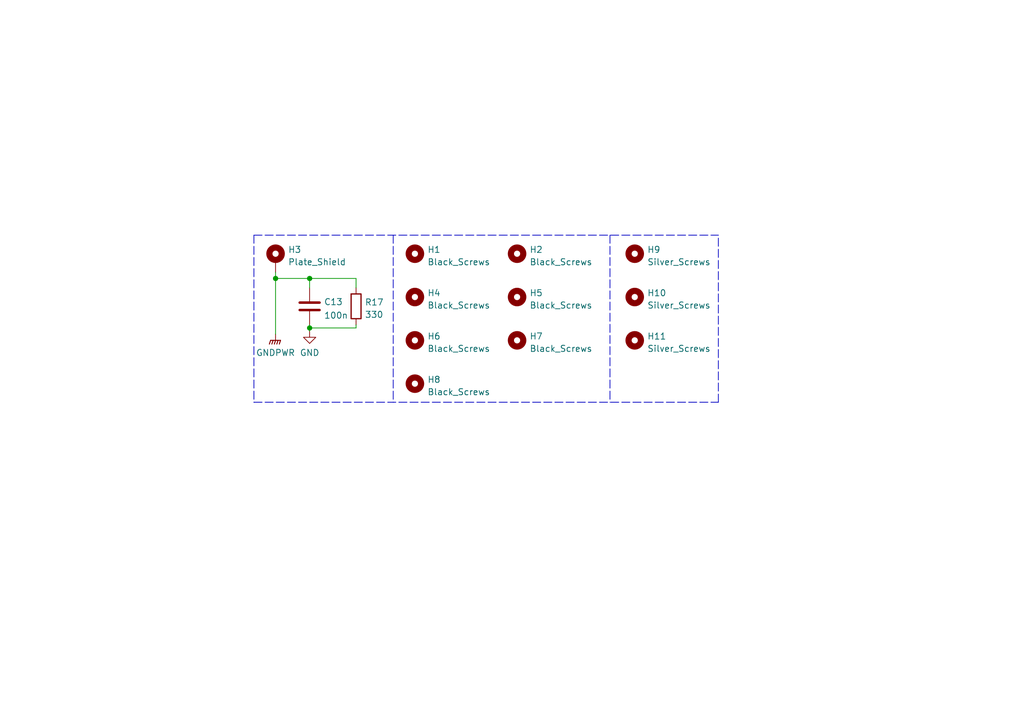
<source format=kicad_sch>
(kicad_sch (version 20211123) (generator eeschema)
  (paper "A5")
  (title_block (title "EC23U - Mounting Holes") (date "2022-11-18") (rev "1") (company "Cipulot PCB Design") (comment 1 "MIT License") (comment 2 "Cipulot"))
  (lib_symbols
    (symbol "Device:C" (pin_numbers hide) (pin_names (offset 0.254))
      (property "Reference" "C" (at 0.635 2.54 0))
      (property "Value" "C" (at 0.635 -2.54 0))
      (symbol "C_0_1"
        (polyline (pts (xy -2.032 -0.762) (xy 2.032 -0.762)) (stroke (width 0.508)))
        (polyline (pts (xy -2.032 0.762) (xy 2.032 0.762)) (stroke (width 0.508)))
      )
      (symbol "C_1_1"
        (pin passive line (at 0 3.81 270) (length 2.794) (name "~") (number "1"))
        (pin passive line (at 0 -3.81 90) (length 2.794) (name "~") (number "2"))
      )
    )
    (symbol "Mechanical:MountingHole" (pin_names (offset 1.016))
      (property "Reference" "H" (at 0 5.08 0))
      (property "Value" "MountingHole" (at 0 3.175 0))
      (symbol "MountingHole_0_1"
        (circle (center 0 0) (radius 1.27) (stroke (width 1.27)))
      )
    )
    (symbol "Mechanical:MountingHole_Pad" (pin_numbers hide) (pin_names (offset 1.016) hide)
      (property "Reference" "H" (at 0 6.35 0))
      (property "Value" "MountingHole_Pad" (at 0 4.445 0))
      (symbol "MountingHole_Pad_0_1"
        (circle (center 0 1.27) (radius 1.27) (stroke (width 1.27)))
      )
      (symbol "MountingHole_Pad_1_1"
        (pin input line (at 0 -2.54 90) (length 2.54) (name "1") (number "1"))
      )
    )
    (symbol "R_3" (pin_numbers hide) (pin_names (offset 0))
      (property "Reference" "R" (at 2.032 0 90))
      (property "Value" "R_3" (at 0 0 90))
      (symbol "R_3_0_1"
        (rectangle (start -1.016 -2.54) (end 1.016 2.54) (stroke (width 0.254)))
      )
      (symbol "R_3_1_1"
        (pin passive line (at 0 3.81 270) (length 1.27) (name "~") (number "1"))
        (pin passive line (at 0 -3.81 90) (length 1.27) (name "~") (number "2"))
      )
    )
    (symbol "power:GND" (power) (pin_names (offset 0))
      (property "Value" "GND" (at 0 -3.81 0))
      (symbol "GND_0_1"
        (polyline (pts (xy 0 0) (xy 0 -1.27) (xy 1.27 -1.27) (xy 0 -2.54) (xy -1.27 -1.27) (xy 0 -1.27)))
      )
      (symbol "GND_1_1"
        (pin power_in line (at 0 0 270) (length 0) hide (name "GND") (number "1"))
      )
    )
    (symbol "power:GNDPWR" (power) (pin_names (offset 0))
      (property "Value" "GNDPWR" (at 0 -3.302 0))
      (symbol "GNDPWR_0_1"
        (polyline (pts (xy 0 -1.27) (xy 0 0)))
        (polyline (pts (xy -1.016 -1.27) (xy -1.27 -2.032) (xy -1.27 -2.032)) (stroke (width 0.2032)))
        (polyline (pts (xy -0.508 -1.27) (xy -0.762 -2.032) (xy -0.762 -2.032)) (stroke (width 0.2032)))
        (polyline (pts (xy 0 -1.27) (xy -0.254 -2.032) (xy -0.254 -2.032)) (stroke (width 0.2032)))
        (polyline (pts (xy 0.508 -1.27) (xy 0.254 -2.032) (xy 0.254 -2.032)) (stroke (width 0.2032)))
        (polyline (pts (xy 1.016 -1.27) (xy -1.016 -1.27) (xy -1.016 -1.27)) (stroke (width 0.2032)))
        (polyline (pts (xy 1.016 -1.27) (xy 0.762 -2.032) (xy 0.762 -2.032) (xy 0.762 -2.032)) (stroke (width 0.2032)))
      )
      (symbol "GNDPWR_1_1"
        (pin power_in line (at 0 0 270) (length 0) hide (name "GNDPWR") (number "1"))
      )
    )
  )
  (junction (at 63.5 67.31))
  (junction (at 56.515 57.15))
  (junction (at 63.5 57.15))
  (polyline (pts (xy 147.32 82.55) (xy 147.32 48.26)))
  (wire (pts (xy 63.5 57.15) (xy 56.515 57.15)))
  (wire (pts (xy 73.025 66.675) (xy 73.025 67.31)))
  (polyline (pts (xy 52.07 48.26) (xy 52.07 82.55)))
  (wire (pts (xy 73.025 57.15) (xy 63.5 57.15)))
  (polyline (pts (xy 52.07 48.26) (xy 147.32 48.26)))
  (polyline (pts (xy 125.095 48.26) (xy 125.095 82.55)))
  (wire (pts (xy 56.515 57.15) (xy 56.515 68.58)))
  (wire (pts (xy 56.515 55.88) (xy 56.515 57.15)))
  (wire (pts (xy 63.5 66.675) (xy 63.5 67.31)))
  (polyline (pts (xy 80.645 48.26) (xy 80.645 82.55)))
  (wire (pts (xy 73.025 59.055) (xy 73.025 57.15)))
  (wire (pts (xy 63.5 67.31) (xy 73.025 67.31)))
  (polyline (pts (xy 52.07 82.55) (xy 147.32 82.55)))
  (wire (pts (xy 63.5 57.15) (xy 63.5 59.055)))
  (wire (pts (xy 63.5 67.31) (xy 63.5 67.945)))
  (symbol (lib_id "Mechanical:MountingHole") (at 85.09 69.85 0) (unit 1)
    (property "Reference" "H6" (at 87.63 69.0153 0) (effects (justify left)))
    (property "Value" "Black_Screws" (at 87.63 71.5522 0) (effects (justify left)))
    (property "Footprint" "cipulot_parts:HOLE_M2_RF" (effects hide))
  )
  (symbol (lib_id "Mechanical:MountingHole") (at 85.09 78.74 0) (unit 1)
    (property "Reference" "H8" (at 87.63 77.9053 0) (effects (justify left)))
    (property "Value" "Black_Screws" (at 87.63 80.4422 0) (effects (justify left)))
    (property "Footprint" "cipulot_parts:HOLE_M2_RF" (effects hide))
  )
  (symbol (lib_id "Mechanical:MountingHole") (at 106.045 69.85 0) (unit 1)
    (property "Reference" "H7" (at 108.585 69.0153 0) (effects (justify left)))
    (property "Value" "Black_Screws" (at 108.585 71.5522 0) (effects (justify left)))
    (property "Footprint" "cipulot_parts:HOLE_M2_RF" (effects hide))
  )
  (symbol (lib_name "R_3") (lib_id "Device:R") (at 73.025 62.865 0) (unit 1)
    (property "Reference" "R17" (at 74.803 62.0303 0) (effects (justify left)))
    (property "Value" "330" (at 74.803 64.5672 0) (effects (justify left)))
    (property "Footprint" "Capacitor_SMD:C_0402_1005Metric" (effects hide))
    (property "LCSC" "C25104" (effects hide))
  )
  (symbol (lib_id "Mechanical:MountingHole") (at 106.045 60.96 0) (unit 1)
    (property "Reference" "H5" (at 108.585 60.1253 0) (effects (justify left)))
    (property "Value" "Black_Screws" (at 108.585 62.6622 0) (effects (justify left)))
    (property "Footprint" "cipulot_parts:HOLE_M2_RF" (effects hide))
  )
  (symbol (lib_id "Mechanical:MountingHole_Pad") (at 56.515 53.34 0) (unit 1)
    (property "Reference" "H3" (at 59.055 51.2353 0) (effects (justify left)))
    (property "Value" "Plate_Shield" (at 59.055 53.7722 0) (effects (justify left)))
    (property "Footprint" "MountingHole:MountingHole_2.2mm_M2_Pad" (effects hide))
  )
  (symbol (lib_id "Mechanical:MountingHole") (at 106.045 52.07 0) (unit 1)
    (property "Reference" "H2" (at 108.585 51.2353 0) (effects (justify left)))
    (property "Value" "Black_Screws" (at 108.585 53.7722 0) (effects (justify left)))
    (property "Footprint" "cipulot_parts:HOLE_M2_RF" (effects hide))
  )
  (symbol (lib_id "power:GND") (at 63.5 67.945 0) (unit 1)
    (property "Reference" "#PWR046" (effects hide))
    (property "Value" "GND" (at 63.5 72.39 0))
  )
  (symbol (lib_id "Mechanical:MountingHole") (at 130.175 69.85 0) (unit 1)
    (property "Reference" "H11" (at 132.715 69.0153 0) (effects (justify left)))
    (property "Value" "Silver_Screws" (at 132.715 71.5522 0) (effects (justify left)))
    (property "Footprint" "cipulot_parts:HOLE_M2_RF" (effects hide))
  )
  (symbol (lib_id "Device:C") (at 63.5 62.865 0) (unit 1)
    (property "Reference" "C13" (at 66.421 61.9565 0) (effects (justify left)))
    (property "Value" "100n" (at 66.421 64.7316 0) (effects (justify left)))
    (property "Footprint" "Capacitor_SMD:C_0402_1005Metric" (effects hide))
    (property "LCSC" "C307331" (effects hide))
  )
  (symbol (lib_id "Mechanical:MountingHole") (at 130.175 60.96 0) (unit 1)
    (property "Reference" "H10" (at 132.715 60.1253 0) (effects (justify left)))
    (property "Value" "Silver_Screws" (at 132.715 62.6622 0) (effects (justify left)))
    (property "Footprint" "cipulot_parts:HOLE_M2_RF" (effects hide))
  )
  (symbol (lib_id "Mechanical:MountingHole") (at 85.09 60.96 0) (unit 1)
    (property "Reference" "H4" (at 87.63 60.1253 0) (effects (justify left)))
    (property "Value" "Black_Screws" (at 87.63 62.6622 0) (effects (justify left)))
    (property "Footprint" "cipulot_parts:HOLE_M2_RF" (effects hide))
  )
  (symbol (lib_id "Mechanical:MountingHole") (at 130.175 52.07 0) (unit 1)
    (property "Reference" "H9" (at 132.715 51.2353 0) (effects (justify left)))
    (property "Value" "Silver_Screws" (at 132.715 53.7722 0) (effects (justify left)))
    (property "Footprint" "cipulot_parts:HOLE_M2_RF" (effects hide))
  )
  (symbol (lib_id "power:GNDPWR") (at 56.515 68.58 0) (unit 1)
    (property "Reference" "#PWR047" (effects hide))
    (property "Value" "GNDPWR" (at 56.515 72.39 0))
  )
  (symbol (lib_id "Mechanical:MountingHole") (at 85.09 52.07 0) (unit 1)
    (property "Reference" "H1" (at 87.63 51.2353 0) (effects (justify left)))
    (property "Value" "Black_Screws" (at 87.63 53.7722 0) (effects (justify left)))
    (property "Footprint" "cipulot_parts:HOLE_M2_RF" (effects hide))
  )
)
</source>
